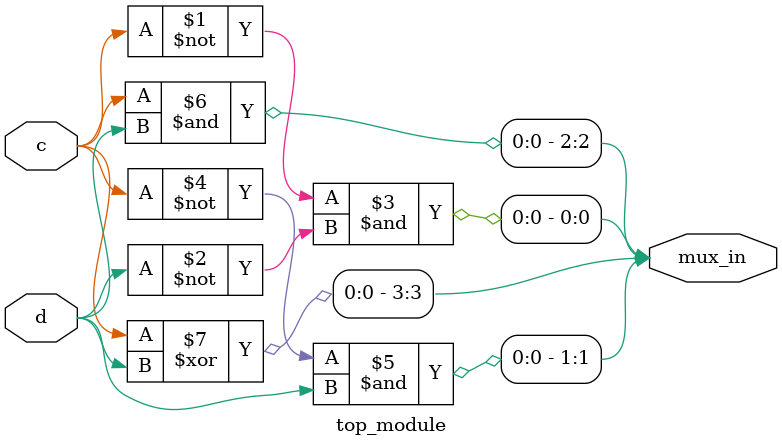
<source format=sv>
module top_module (
    input c,
    input d,
    output [3:0] mux_in
);

assign mux_in[0] = ~c & ~d;
assign mux_in[1] = ~c &  d;
assign mux_in[2] =  c &  d;
assign mux_in[3] =  c ^ d;

endmodule

</source>
